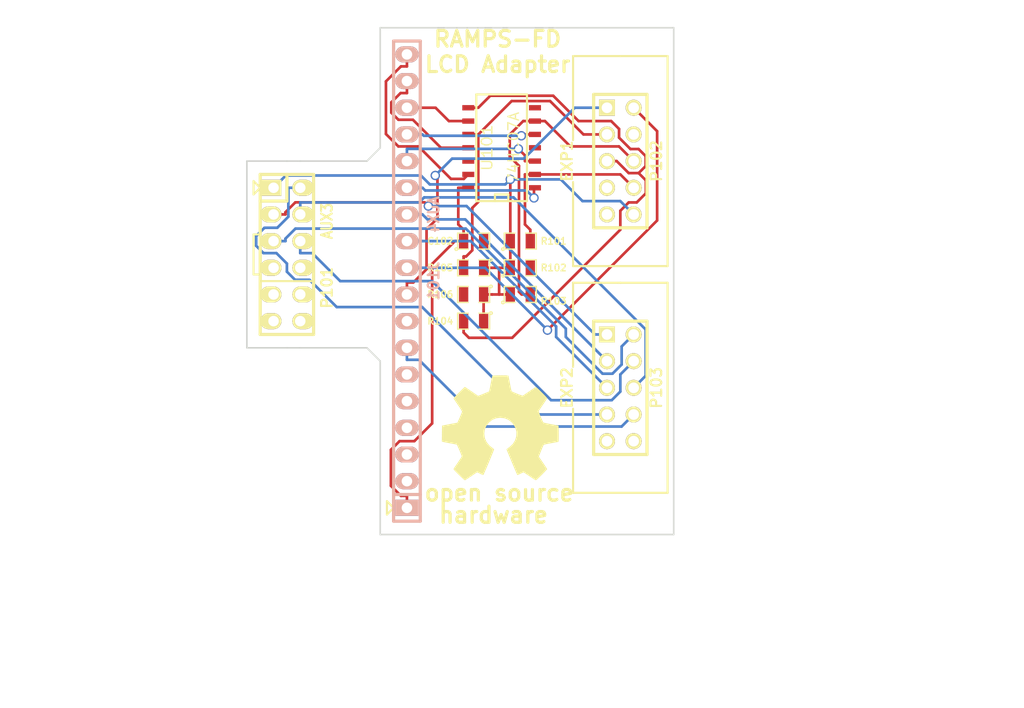
<source format=kicad_pcb>

(kicad_pcb
  (version 3)
  (host pcbnew "(2013-07-07 BZR 4022)-stable")
  (general
    (links 41)
    (no_connects 0)
    (area 110.745001 69.749999 208.182856 139.35)
    (thickness 1.6)
    (drawings 41)
    (tracks 270)
    (zones 0)
    (modules 13)
    (nets 26))
  (page A4)
  (layers
    (15 F.Cu signal)
    (0 B.Cu signal)
    (16 B.Adhes user)
    (17 F.Adhes user)
    (18 B.Paste user)
    (19 F.Paste user)
    (20 B.SilkS user)
    (21 F.SilkS user)
    (22 B.Mask user)
    (23 F.Mask user)
    (24 Dwgs.User user)
    (25 Cmts.User user)
    (26 Eco1.User user)
    (27 Eco2.User user)
    (28 Edge.Cuts user))
  (setup
    (last_trace_width 0.254)
    (trace_clearance 0.254)
    (zone_clearance 0.508)
    (zone_45_only no)
    (trace_min 0.254)
    (segment_width 0.2)
    (edge_width 0.15)
    (via_size 0.889)
    (via_drill 0.635)
    (via_min_size 0.889)
    (via_min_drill 0.508)
    (uvia_size 0.508)
    (uvia_drill 0.127)
    (uvias_allowed no)
    (uvia_min_size 0.508)
    (uvia_min_drill 0.127)
    (pcb_text_width 0.3)
    (pcb_text_size 1.5 1.5)
    (mod_edge_width 0.15)
    (mod_text_size 1.5 1.5)
    (mod_text_width 0.15)
    (pad_size 1.4 1.4)
    (pad_drill 0.6)
    (pad_to_mask_clearance 0.2)
    (aux_axis_origin 134.62 120.65)
    (visible_elements 7FFFFBBF)
    (pcbplotparams
      (layerselection 284196865)
      (usegerberextensions true)
      (excludeedgelayer true)
      (linewidth 0.15)
      (plotframeref false)
      (viasonmask false)
      (mode 1)
      (useauxorigin true)
      (hpglpennumber 1)
      (hpglpenspeed 20)
      (hpglpendiameter 15)
      (hpglpenoverlay 2)
      (psnegative false)
      (psa4output false)
      (plotreference true)
      (plotvalue true)
      (plotothertext true)
      (plotinvisibletext false)
      (padsonsilk false)
      (subtractmaskfromsilk false)
      (outputformat 1)
      (mirror false)
      (drillshape 0)
      (scaleselection 1)
      (outputdirectory gerbers/)))
  (net 0 "")
  (net 1 +5V)
  (net 2 /IOREF)
  (net 3 /LCD_D4_5V)
  (net 4 /LCD_D5_5V)
  (net 5 /LCD_D6_5V)
  (net 6 /LCD_D7_5V)
  (net 7 /LCD_E_5V)
  (net 8 /LCD_RS_5V)
  (net 9 BEEP)
  (net 10 ENC1)
  (net 11 ENC2)
  (net 12 ENC_SW)
  (net 13 GND)
  (net 14 LCD_D4)
  (net 15 LCD_D5)
  (net 16 LCD_D6)
  (net 17 LCD_D7)
  (net 18 LCD_E)
  (net 19 LCD_RS)
  (net 20 RESET)
  (net 21 SD_CLK)
  (net 22 SD_CS)
  (net 23 SD_DETECT)
  (net 24 SD_DI)
  (net 25 SD_DO)
  (net_class Default "This is the default net class."
    (clearance 0.254)
    (trace_width 0.254)
    (via_dia 0.889)
    (via_drill 0.635)
    (uvia_dia 0.508)
    (uvia_drill 0.127)
    (add_net "")
    (add_net +5V)
    (add_net /IOREF)
    (add_net /LCD_D4_5V)
    (add_net /LCD_D5_5V)
    (add_net /LCD_D6_5V)
    (add_net /LCD_D7_5V)
    (add_net /LCD_E_5V)
    (add_net /LCD_RS_5V)
    (add_net BEEP)
    (add_net ENC1)
    (add_net ENC2)
    (add_net ENC_SW)
    (add_net GND)
    (add_net LCD_D4)
    (add_net LCD_D5)
    (add_net LCD_D6)
    (add_net LCD_D7)
    (add_net LCD_E)
    (add_net LCD_RS)
    (add_net RESET)
    (add_net SD_CLK)
    (add_net SD_CS)
    (add_net SD_DETECT)
    (add_net SD_DI)
    (add_net SD_DO))
  (module SM0805
    (layer F.Cu)
    (tedit 52460DE0)
    (tstamp 5243636C)
    (at 160.655 92.71)
    (path /52460B2A)
    (attr smd)
    (fp_text reference R101
      (at 3.175 0)
      (layer F.SilkS)
      (effects
        (font
          (size 0.635 0.635)
          (thickness 0.127))))
    (fp_text value 10k
      (at 0 0)
      (layer F.SilkS) hide
      (effects
        (font
          (size 0.635 0.635)
          (thickness 0.127))))
    (fp_circle
      (center -1.651 0.762)
      (end -1.651 0.635)
      (layer F.SilkS)
      (width 0.127))
    (fp_line
      (start -0.508 0.762)
      (end -1.524 0.762)
      (layer F.SilkS)
      (width 0.127))
    (fp_line
      (start -1.524 0.762)
      (end -1.524 -0.762)
      (layer F.SilkS)
      (width 0.127))
    (fp_line
      (start -1.524 -0.762)
      (end -0.508 -0.762)
      (layer F.SilkS)
      (width 0.127))
    (fp_line
      (start 0.508 -0.762)
      (end 1.524 -0.762)
      (layer F.SilkS)
      (width 0.127))
    (fp_line
      (start 1.524 -0.762)
      (end 1.524 0.762)
      (layer F.SilkS)
      (width 0.127))
    (fp_line
      (start 1.524 0.762)
      (end 0.508 0.762)
      (layer F.SilkS)
      (width 0.127))
    (pad 1 smd rect
      (at -0.9525 0)
      (size 0.889 1.397)
      (layers F.Cu F.Paste F.Mask)
      (net 1 +5V))
    (pad 2 smd rect
      (at 0.9525 0)
      (size 0.889 1.397)
      (layers F.Cu F.Paste F.Mask)
      (net 6 /LCD_D7_5V))
    (model smd/chip_cms.wrl
      (at
        (xyz 0 0 0))
      (scale
        (xyz 0.1 0.1 0.1))
      (rotate
        (xyz 0 0 0))))
  (module pin_strip_18
    (layer B.Cu)
    (tedit 5251E2C6)
    (tstamp 52436399)
    (at 149.86 96.52 90)
    (descr "Pin strip 18pin")
    (tags "CONN DEV")
    (path /52434F14)
    (fp_text reference J101
      (at 0 2.54 90)
      (layer B.SilkS)
      (effects
        (font
          (size 1.016 1.016)
          (thickness 0.2032))
        (justify mirror)))
    (fp_text value AUX4
      (at 6.35 2.54 90)
      (layer B.SilkS)
      (effects
        (font
          (size 1.016 0.889)
          (thickness 0.2032))
        (justify mirror)))
    (fp_line
      (start 22.86 -1.27)
      (end -22.86 -1.27)
      (layer B.SilkS)
      (width 0.3048))
    (fp_line
      (start -22.86 1.27)
      (end 22.86 1.27)
      (layer B.SilkS)
      (width 0.3048))
    (fp_line
      (start 22.86 1.27)
      (end 22.86 -1.27)
      (layer B.SilkS)
      (width 0.3048))
    (fp_line
      (start -20.32 1.27)
      (end -20.32 -1.27)
      (layer B.SilkS)
      (width 0.3048))
    (fp_line
      (start -22.86 -1.27)
      (end -22.86 1.27)
      (layer B.SilkS)
      (width 0.3048))
    (pad 1 thru_hole rect
      (at -21.59 0 90)
      (size 1.524 2.19964)
      (drill 1.00076)
      (layers *.Cu *.Mask B.SilkS)
      (net 2 /IOREF))
    (pad 2 thru_hole oval
      (at -19.05 0 90)
      (size 1.524 2.19964)
      (drill 1.00076)
      (layers *.Cu *.Mask B.SilkS))
    (pad 3 thru_hole oval
      (at -16.51 0 90)
      (size 1.524 2.19964)
      (drill 1.00076)
      (layers *.Cu *.Mask B.SilkS))
    (pad 4 thru_hole oval
      (at -13.97 0 90)
      (size 1.524 2.19964)
      (drill 1.00076)
      (layers *.Cu *.Mask B.SilkS))
    (pad 5 thru_hole oval
      (at -11.43 0 90)
      (size 1.524 2.19964)
      (drill 1.00076)
      (layers *.Cu *.Mask B.SilkS))
    (pad 6 thru_hole oval
      (at -8.89 0 90)
      (size 1.524 2.19964)
      (drill 1.00076)
      (layers *.Cu *.Mask B.SilkS))
    (pad 7 thru_hole oval
      (at -6.35 0 90)
      (size 1.524 2.19964)
      (drill 1.00076)
      (layers *.Cu *.Mask B.SilkS)
      (net 20 RESET))
    (pad 8 thru_hole oval
      (at -3.81 0 90)
      (size 1.524 2.19964)
      (drill 1.00076)
      (layers *.Cu *.Mask B.SilkS))
    (pad 9 thru_hole oval
      (at -1.27 0 90)
      (size 1.524 2.19964)
      (drill 1.00076)
      (layers *.Cu *.Mask B.SilkS)
      (net 9 BEEP))
    (pad 10 thru_hole oval
      (at 1.27 0 90)
      (size 1.524 2.19964)
      (drill 1.00076)
      (layers *.Cu *.Mask B.SilkS)
      (net 12 ENC_SW))
    (pad 11 thru_hole oval
      (at 3.81 0 90)
      (size 1.524 2.19964)
      (drill 1.00076)
      (layers *.Cu *.Mask B.SilkS)
      (net 10 ENC1))
    (pad 12 thru_hole oval
      (at 6.35 0 90)
      (size 1.524 2.19964)
      (drill 1.00076)
      (layers *.Cu *.Mask B.SilkS)
      (net 11 ENC2))
    (pad 13 thru_hole oval
      (at 8.89 0 90)
      (size 1.524 2.19964)
      (drill 1.00076)
      (layers *.Cu *.Mask B.SilkS)
      (net 17 LCD_D7))
    (pad 14 thru_hole oval
      (at 11.43 0 90)
      (size 1.524 2.19964)
      (drill 1.00076)
      (layers *.Cu *.Mask B.SilkS)
      (net 16 LCD_D6))
    (pad 15 thru_hole oval
      (at 13.97 0 90)
      (size 1.524 2.19964)
      (drill 1.00076)
      (layers *.Cu *.Mask B.SilkS)
      (net 15 LCD_D5))
    (pad 16 thru_hole oval
      (at 16.51 0 90)
      (size 1.524 2.19964)
      (drill 1.00076)
      (layers *.Cu *.Mask B.SilkS)
      (net 14 LCD_D4))
    (pad 17 thru_hole oval
      (at 19.05 0 90)
      (size 1.524 2.19964)
      (drill 1.00076)
      (layers *.Cu *.Mask B.SilkS)
      (net 18 LCD_E))
    (pad 18 thru_hole oval
      (at 21.59 0 90)
      (size 1.524 2.19964)
      (drill 1.00076)
      (layers *.Cu *.Mask B.SilkS)
      (net 19 LCD_RS))
    (model walter\pin_strip\pin_strip_18.wrl
      (at
        (xyz 0 0 0))
      (scale
        (xyz 1 1 1))
      (rotate
        (xyz 0 0 0))))
  (module PIN_ARRAY_5x2_RMC
    (layer F.Cu)
    (tedit 5251E7C3)
    (tstamp 524363AD)
    (at 170.18 85.09 270)
    (descr "Double rangee de contacts 2 x 5 pins")
    (tags CONN)
    (path /52434ED1)
    (fp_text reference P102
      (at 0 -3.429 270)
      (layer F.SilkS)
      (effects
        (font
          (size 1.016 1.016)
          (thickness 0.2032))))
    (fp_text value EXP1
      (at 0 5.08 270)
      (layer F.SilkS)
      (effects
        (font
          (size 1.016 1.016)
          (thickness 0.2032))))
    (fp_line
      (start 1.99898 4.50088)
      (end 9.99998 4.50088)
      (layer F.SilkS)
      (width 0.2032))
    (fp_line
      (start 9.99998 4.50088)
      (end 9.99998 -4.50088)
      (layer F.SilkS)
      (width 0.2032))
    (fp_line
      (start 9.99998 -4.50088)
      (end -9.99998 -4.50088)
      (layer F.SilkS)
      (width 0.2032))
    (fp_line
      (start -9.99998 -4.50088)
      (end -9.99998 0)
      (layer F.SilkS)
      (width 0.2032))
    (fp_line
      (start -9.99998 0)
      (end -9.99998 4.50088)
      (layer F.SilkS)
      (width 0.2032))
    (fp_line
      (start -9.99998 4.50088)
      (end -1.99898 4.50088)
      (layer F.SilkS)
      (width 0.2032))
    (fp_line
      (start -6.35 -2.54)
      (end 6.35 -2.54)
      (layer F.SilkS)
      (width 0.3048))
    (fp_line
      (start 6.35 -2.54)
      (end 6.35 2.54)
      (layer F.SilkS)
      (width 0.3048))
    (fp_line
      (start 6.35 2.54)
      (end -6.35 2.54)
      (layer F.SilkS)
      (width 0.3048))
    (fp_line
      (start -6.35 2.54)
      (end -6.35 -2.54)
      (layer F.SilkS)
      (width 0.3048))
    (pad 1 thru_hole rect
      (at -5.08 1.27 270)
      (size 1.524 1.524)
      (drill 1.016)
      (layers *.Cu *.Mask F.SilkS)
      (net 9 BEEP))
    (pad 2 thru_hole circle
      (at -5.08 -1.27 270)
      (size 1.524 1.524)
      (drill 1.016)
      (layers *.Cu *.Mask F.SilkS)
      (net 12 ENC_SW))
    (pad 3 thru_hole circle
      (at -2.54 1.27 270)
      (size 1.524 1.524)
      (drill 1.016)
      (layers *.Cu *.Mask F.SilkS)
      (net 7 /LCD_E_5V))
    (pad 4 thru_hole circle
      (at -2.54 -1.27 270)
      (size 1.524 1.524)
      (drill 1.016)
      (layers *.Cu *.Mask F.SilkS))
    (pad 5 thru_hole circle
      (at 0 1.27 270)
      (size 1.524 1.524)
      (drill 1.016)
      (layers *.Cu *.Mask F.SilkS)
      (net 3 /LCD_D4_5V))
    (pad 6 thru_hole circle
      (at 0 -1.27 270)
      (size 1.524 1.524)
      (drill 1.016)
      (layers *.Cu *.Mask F.SilkS)
      (net 4 /LCD_D5_5V))
    (pad 7 thru_hole circle
      (at 2.54 1.27 270)
      (size 1.524 1.524)
      (drill 1.016)
      (layers *.Cu *.Mask F.SilkS))
    (pad 8 thru_hole circle
      (at 2.54 -1.27 270)
      (size 1.524 1.524)
      (drill 1.016)
      (layers *.Cu *.Mask F.SilkS)
      (net 6 /LCD_D7_5V))
    (pad 9 thru_hole circle
      (at 5.08 1.27 270)
      (size 1.524 1.524)
      (drill 1.016)
      (layers *.Cu *.Mask F.SilkS))
    (pad 10 thru_hole circle
      (at 5.08 -1.27 270)
      (size 1.524 1.524)
      (drill 1.016)
      (layers *.Cu *.Mask F.SilkS)
      (net 1 +5V))
    (model walter\conn_strip\vasch_strip_5x2.wrl
      (at
        (xyz 0 0 0))
      (scale
        (xyz 1 1 1))
      (rotate
        (xyz 0 0 0))))
  (module PIN_ARRAY_5x2_RMC
    (layer F.Cu)
    (tedit 5251E7BE)
    (tstamp 524363C1)
    (at 170.18 106.68 270)
    (descr "Double rangee de contacts 2 x 5 pins")
    (tags CONN)
    (path /52434ED7)
    (fp_text reference P103
      (at 0 -3.429 270)
      (layer F.SilkS)
      (effects
        (font
          (size 1.016 1.016)
          (thickness 0.2032))))
    (fp_text value EXP2
      (at 0 5.08 270)
      (layer F.SilkS)
      (effects
        (font
          (size 1.016 1.016)
          (thickness 0.2032))))
    (fp_line
      (start 1.99898 4.50088)
      (end 9.99998 4.50088)
      (layer F.SilkS)
      (width 0.2032))
    (fp_line
      (start 9.99998 4.50088)
      (end 9.99998 -4.50088)
      (layer F.SilkS)
      (width 0.2032))
    (fp_line
      (start 9.99998 -4.50088)
      (end -9.99998 -4.50088)
      (layer F.SilkS)
      (width 0.2032))
    (fp_line
      (start -9.99998 -4.50088)
      (end -9.99998 0)
      (layer F.SilkS)
      (width 0.2032))
    (fp_line
      (start -9.99998 0)
      (end -9.99998 4.50088)
      (layer F.SilkS)
      (width 0.2032))
    (fp_line
      (start -9.99998 4.50088)
      (end -1.99898 4.50088)
      (layer F.SilkS)
      (width 0.2032))
    (fp_line
      (start -6.35 -2.54)
      (end 6.35 -2.54)
      (layer F.SilkS)
      (width 0.3048))
    (fp_line
      (start 6.35 -2.54)
      (end 6.35 2.54)
      (layer F.SilkS)
      (width 0.3048))
    (fp_line
      (start 6.35 2.54)
      (end -6.35 2.54)
      (layer F.SilkS)
      (width 0.3048))
    (fp_line
      (start -6.35 2.54)
      (end -6.35 -2.54)
      (layer F.SilkS)
      (width 0.3048))
    (pad 1 thru_hole rect
      (at -5.08 1.27 270)
      (size 1.524 1.524)
      (drill 1.016)
      (layers *.Cu *.Mask F.SilkS)
      (net 25 SD_DO))
    (pad 2 thru_hole circle
      (at -5.08 -1.27 270)
      (size 1.524 1.524)
      (drill 1.016)
      (layers *.Cu *.Mask F.SilkS)
      (net 21 SD_CLK))
    (pad 3 thru_hole circle
      (at -2.54 1.27 270)
      (size 1.524 1.524)
      (drill 1.016)
      (layers *.Cu *.Mask F.SilkS)
      (net 11 ENC2))
    (pad 4 thru_hole circle
      (at -2.54 -1.27 270)
      (size 1.524 1.524)
      (drill 1.016)
      (layers *.Cu *.Mask F.SilkS)
      (net 22 SD_CS))
    (pad 5 thru_hole circle
      (at 0 1.27 270)
      (size 1.524 1.524)
      (drill 1.016)
      (layers *.Cu *.Mask F.SilkS)
      (net 10 ENC1))
    (pad 6 thru_hole circle
      (at 0 -1.27 270)
      (size 1.524 1.524)
      (drill 1.016)
      (layers *.Cu *.Mask F.SilkS)
      (net 24 SD_DI))
    (pad 7 thru_hole circle
      (at 2.54 1.27 270)
      (size 1.524 1.524)
      (drill 1.016)
      (layers *.Cu *.Mask F.SilkS)
      (net 23 SD_DETECT))
    (pad 8 thru_hole circle
      (at 2.54 -1.27 270)
      (size 1.524 1.524)
      (drill 1.016)
      (layers *.Cu *.Mask F.SilkS)
      (net 20 RESET))
    (pad 9 thru_hole circle
      (at 5.08 1.27 270)
      (size 1.524 1.524)
      (drill 1.016)
      (layers *.Cu *.Mask F.SilkS))
    (pad 10 thru_hole circle
      (at 5.08 -1.27 270)
      (size 1.524 1.524)
      (drill 1.016)
      (layers *.Cu *.Mask F.SilkS))
    (model walter\conn_strip\vasch_strip_5x2.wrl
      (at
        (xyz 0 0 0))
      (scale
        (xyz 1 1 1))
      (rotate
        (xyz 0 0 0))))
  (module SM0805
    (layer F.Cu)
    (tedit 52460DDE)
    (tstamp 52436758)
    (at 156.21 92.71)
    (path /524366E1)
    (attr smd)
    (fp_text reference C102
      (at -3.175 0)
      (layer F.SilkS)
      (effects
        (font
          (size 0.635 0.635)
          (thickness 0.127))))
    (fp_text value 100nF
      (at 0 0)
      (layer F.SilkS) hide
      (effects
        (font
          (size 0.635 0.635)
          (thickness 0.127))))
    (fp_circle
      (center -1.651 0.762)
      (end -1.651 0.635)
      (layer F.SilkS)
      (width 0.127))
    (fp_line
      (start -0.508 0.762)
      (end -1.524 0.762)
      (layer F.SilkS)
      (width 0.127))
    (fp_line
      (start -1.524 0.762)
      (end -1.524 -0.762)
      (layer F.SilkS)
      (width 0.127))
    (fp_line
      (start -1.524 -0.762)
      (end -0.508 -0.762)
      (layer F.SilkS)
      (width 0.127))
    (fp_line
      (start 0.508 -0.762)
      (end 1.524 -0.762)
      (layer F.SilkS)
      (width 0.127))
    (fp_line
      (start 1.524 -0.762)
      (end 1.524 0.762)
      (layer F.SilkS)
      (width 0.127))
    (fp_line
      (start 1.524 0.762)
      (end 0.508 0.762)
      (layer F.SilkS)
      (width 0.127))
    (pad 1 smd rect
      (at -0.9525 0)
      (size 0.889 1.397)
      (layers F.Cu F.Paste F.Mask)
      (net 2 /IOREF))
    (pad 2 smd rect
      (at 0.9525 0)
      (size 0.889 1.397)
      (layers F.Cu F.Paste F.Mask))
    (model smd/chip_cms.wrl
      (at
        (xyz 0 0 0))
      (scale
        (xyz 0.1 0.1 0.1))
      (rotate
        (xyz 0 0 0))))
  (module SO14N
    (layer F.Cu)
    (tedit 42806FE5)
    (tstamp 5243635F)
    (at 158.75 83.82 90)
    (descr "Module CMS SOJ 14 pins Large")
    (tags "CMS SOJ")
    (path /5245E15B)
    (attr smd)
    (fp_text reference U101
      (at 0 -1.27 90)
      (layer F.SilkS)
      (effects
        (font
          (size 1.016 1.143)
          (thickness 0.127))))
    (fp_text value 74HC07A
      (at 0 1.27 90)
      (layer F.SilkS)
      (effects
        (font
          (size 1.016 1.016)
          (thickness 0.127))))
    (fp_line
      (start 5.08 -2.286)
      (end 5.08 2.54)
      (layer F.SilkS)
      (width 0.2032))
    (fp_line
      (start 5.08 2.54)
      (end -5.08 2.54)
      (layer F.SilkS)
      (width 0.2032))
    (fp_line
      (start -5.08 2.54)
      (end -5.08 -2.286)
      (layer F.SilkS)
      (width 0.2032))
    (fp_line
      (start -5.08 -2.286)
      (end 5.08 -2.286)
      (layer F.SilkS)
      (width 0.2032))
    (fp_line
      (start -5.08 -0.508)
      (end -4.445 -0.508)
      (layer F.SilkS)
      (width 0.2032))
    (fp_line
      (start -4.445 -0.508)
      (end -4.445 0.762)
      (layer F.SilkS)
      (width 0.2032))
    (fp_line
      (start -4.445 0.762)
      (end -5.08 0.762)
      (layer F.SilkS)
      (width 0.2032))
    (pad 1 smd rect
      (at -3.81 3.302 90)
      (size 0.508 1.143)
      (layers F.Cu F.Paste F.Mask)
      (net 17 LCD_D7))
    (pad 2 smd rect
      (at -2.54 3.302 90)
      (size 0.508 1.143)
      (layers F.Cu F.Paste F.Mask)
      (net 6 /LCD_D7_5V))
    (pad 3 smd rect
      (at -1.27 3.302 90)
      (size 0.508 1.143)
      (layers F.Cu F.Paste F.Mask)
      (net 16 LCD_D6))
    (pad 4 smd rect
      (at 0 3.302 90)
      (size 0.508 1.143)
      (layers F.Cu F.Paste F.Mask))
    (pad 5 smd rect
      (at 1.27 3.302 90)
      (size 0.508 1.143)
      (layers F.Cu F.Paste F.Mask)
      (net 15 LCD_D5))
    (pad 6 smd rect
      (at 2.54 3.302 90)
      (size 0.508 1.143)
      (layers F.Cu F.Paste F.Mask)
      (net 4 /LCD_D5_5V))
    (pad 7 smd rect
      (at 3.81 3.302 90)
      (size 0.508 1.143)
      (layers F.Cu F.Paste F.Mask))
    (pad 8 smd rect
      (at 3.81 -3.048 90)
      (size 0.508 1.143)
      (layers F.Cu F.Paste F.Mask)
      (net 3 /LCD_D4_5V))
    (pad 9 smd rect
      (at 2.54 -3.048 90)
      (size 0.508 1.143)
      (layers F.Cu F.Paste F.Mask)
      (net 14 LCD_D4))
    (pad 11 smd rect
      (at 0 -3.048 90)
      (size 0.508 1.143)
      (layers F.Cu F.Paste F.Mask)
      (net 18 LCD_E))
    (pad 12 smd rect
      (at -1.27 -3.048 90)
      (size 0.508 1.143)
      (layers F.Cu F.Paste F.Mask))
    (pad 13 smd rect
      (at -2.54 -3.048 90)
      (size 0.508 1.143)
      (layers F.Cu F.Paste F.Mask)
      (net 19 LCD_RS))
    (pad 14 smd rect
      (at -3.81 -3.048 90)
      (size 0.508 1.143)
      (layers F.Cu F.Paste F.Mask)
      (net 2 /IOREF))
    (pad 10 smd rect
      (at 1.27 -3.048 90)
      (size 0.508 1.143)
      (layers F.Cu F.Paste F.Mask)
      (net 7 /LCD_E_5V))
    (model smd/cms_so14.wrl
      (at
        (xyz 0 0 0))
      (scale
        (xyz 0.5 0.4 0.5))
      (rotate
        (xyz 0 0 0))))
  (module SM0805
    (layer F.Cu)
    (tedit 52460DDC)
    (tstamp 52460B72)
    (at 160.655 95.25)
    (path /52460B3C)
    (attr smd)
    (fp_text reference R102
      (at 3.175 0)
      (layer F.SilkS)
      (effects
        (font
          (size 0.635 0.635)
          (thickness 0.127))))
    (fp_text value 10k
      (at 0 0)
      (layer F.SilkS) hide
      (effects
        (font
          (size 0.635 0.635)
          (thickness 0.127))))
    (fp_circle
      (center -1.651 0.762)
      (end -1.651 0.635)
      (layer F.SilkS)
      (width 0.127))
    (fp_line
      (start -0.508 0.762)
      (end -1.524 0.762)
      (layer F.SilkS)
      (width 0.127))
    (fp_line
      (start -1.524 0.762)
      (end -1.524 -0.762)
      (layer F.SilkS)
      (width 0.127))
    (fp_line
      (start -1.524 -0.762)
      (end -0.508 -0.762)
      (layer F.SilkS)
      (width 0.127))
    (fp_line
      (start 0.508 -0.762)
      (end 1.524 -0.762)
      (layer F.SilkS)
      (width 0.127))
    (fp_line
      (start 1.524 -0.762)
      (end 1.524 0.762)
      (layer F.SilkS)
      (width 0.127))
    (fp_line
      (start 1.524 0.762)
      (end 0.508 0.762)
      (layer F.SilkS)
      (width 0.127))
    (pad 1 smd rect
      (at -0.9525 0)
      (size 0.889 1.397)
      (layers F.Cu F.Paste F.Mask)
      (net 1 +5V))
    (pad 2 smd rect
      (at 0.9525 0)
      (size 0.889 1.397)
      (layers F.Cu F.Paste F.Mask))
    (model smd/chip_cms.wrl
      (at
        (xyz 0 0 0))
      (scale
        (xyz 0.1 0.1 0.1))
      (rotate
        (xyz 0 0 0))))
  (module SM0805
    (layer F.Cu)
    (tedit 52460DD8)
    (tstamp 52460B7F)
    (at 160.655 97.79)
    (path /52460B42)
    (attr smd)
    (fp_text reference R103
      (at 3.175 0.635)
      (layer F.SilkS)
      (effects
        (font
          (size 0.635 0.635)
          (thickness 0.127))))
    (fp_text value 10k
      (at 0 0)
      (layer F.SilkS) hide
      (effects
        (font
          (size 0.635 0.635)
          (thickness 0.127))))
    (fp_circle
      (center -1.651 0.762)
      (end -1.651 0.635)
      (layer F.SilkS)
      (width 0.127))
    (fp_line
      (start -0.508 0.762)
      (end -1.524 0.762)
      (layer F.SilkS)
      (width 0.127))
    (fp_line
      (start -1.524 0.762)
      (end -1.524 -0.762)
      (layer F.SilkS)
      (width 0.127))
    (fp_line
      (start -1.524 -0.762)
      (end -0.508 -0.762)
      (layer F.SilkS)
      (width 0.127))
    (fp_line
      (start 0.508 -0.762)
      (end 1.524 -0.762)
      (layer F.SilkS)
      (width 0.127))
    (fp_line
      (start 1.524 -0.762)
      (end 1.524 0.762)
      (layer F.SilkS)
      (width 0.127))
    (fp_line
      (start 1.524 0.762)
      (end 0.508 0.762)
      (layer F.SilkS)
      (width 0.127))
    (pad 1 smd rect
      (at -0.9525 0)
      (size 0.889 1.397)
      (layers F.Cu F.Paste F.Mask)
      (net 1 +5V))
    (pad 2 smd rect
      (at 0.9525 0)
      (size 0.889 1.397)
      (layers F.Cu F.Paste F.Mask)
      (net 4 /LCD_D5_5V))
    (model smd/chip_cms.wrl
      (at
        (xyz 0 0 0))
      (scale
        (xyz 0.1 0.1 0.1))
      (rotate
        (xyz 0 0 0))))
  (module SM0805
    (layer F.Cu)
    (tedit 52460DCE)
    (tstamp 52460B8C)
    (at 156.21 100.33 180)
    (path /52460B48)
    (attr smd)
    (fp_text reference R104
      (at 3.175 0 180)
      (layer F.SilkS)
      (effects
        (font
          (size 0.635 0.635)
          (thickness 0.127))))
    (fp_text value 10k
      (at 0 0 180)
      (layer F.SilkS) hide
      (effects
        (font
          (size 0.635 0.635)
          (thickness 0.127))))
    (fp_circle
      (center -1.651 0.762)
      (end -1.651 0.635)
      (layer F.SilkS)
      (width 0.127))
    (fp_line
      (start -0.508 0.762)
      (end -1.524 0.762)
      (layer F.SilkS)
      (width 0.127))
    (fp_line
      (start -1.524 0.762)
      (end -1.524 -0.762)
      (layer F.SilkS)
      (width 0.127))
    (fp_line
      (start -1.524 -0.762)
      (end -0.508 -0.762)
      (layer F.SilkS)
      (width 0.127))
    (fp_line
      (start 0.508 -0.762)
      (end 1.524 -0.762)
      (layer F.SilkS)
      (width 0.127))
    (fp_line
      (start 1.524 -0.762)
      (end 1.524 0.762)
      (layer F.SilkS)
      (width 0.127))
    (fp_line
      (start 1.524 0.762)
      (end 0.508 0.762)
      (layer F.SilkS)
      (width 0.127))
    (pad 1 smd rect
      (at -0.9525 0 180)
      (size 0.889 1.397)
      (layers F.Cu F.Paste F.Mask)
      (net 1 +5V))
    (pad 2 smd rect
      (at 0.9525 0 180)
      (size 0.889 1.397)
      (layers F.Cu F.Paste F.Mask)
      (net 3 /LCD_D4_5V))
    (model smd/chip_cms.wrl
      (at
        (xyz 0 0 0))
      (scale
        (xyz 0.1 0.1 0.1))
      (rotate
        (xyz 0 0 0))))
  (module SM0805
    (layer F.Cu)
    (tedit 52460DDA)
    (tstamp 52460B99)
    (at 156.21 95.25 180)
    (path /52460B4E)
    (attr smd)
    (fp_text reference R105
      (at 3.175 0 180)
      (layer F.SilkS)
      (effects
        (font
          (size 0.635 0.635)
          (thickness 0.127))))
    (fp_text value 10k
      (at 0 0 180)
      (layer F.SilkS) hide
      (effects
        (font
          (size 0.635 0.635)
          (thickness 0.127))))
    (fp_circle
      (center -1.651 0.762)
      (end -1.651 0.635)
      (layer F.SilkS)
      (width 0.127))
    (fp_line
      (start -0.508 0.762)
      (end -1.524 0.762)
      (layer F.SilkS)
      (width 0.127))
    (fp_line
      (start -1.524 0.762)
      (end -1.524 -0.762)
      (layer F.SilkS)
      (width 0.127))
    (fp_line
      (start -1.524 -0.762)
      (end -0.508 -0.762)
      (layer F.SilkS)
      (width 0.127))
    (fp_line
      (start 0.508 -0.762)
      (end 1.524 -0.762)
      (layer F.SilkS)
      (width 0.127))
    (fp_line
      (start 1.524 -0.762)
      (end 1.524 0.762)
      (layer F.SilkS)
      (width 0.127))
    (fp_line
      (start 1.524 0.762)
      (end 0.508 0.762)
      (layer F.SilkS)
      (width 0.127))
    (pad 1 smd rect
      (at -0.9525 0 180)
      (size 0.889 1.397)
      (layers F.Cu F.Paste F.Mask)
      (net 1 +5V))
    (pad 2 smd rect
      (at 0.9525 0 180)
      (size 0.889 1.397)
      (layers F.Cu F.Paste F.Mask)
      (net 7 /LCD_E_5V))
    (model smd/chip_cms.wrl
      (at
        (xyz 0 0 0))
      (scale
        (xyz 0.1 0.1 0.1))
      (rotate
        (xyz 0 0 0))))
  (module SM0805
    (layer F.Cu)
    (tedit 52460DD2)
    (tstamp 52460BA6)
    (at 156.21 97.79 180)
    (path /52460B54)
    (attr smd)
    (fp_text reference R106
      (at 3.175 0 180)
      (layer F.SilkS)
      (effects
        (font
          (size 0.635 0.635)
          (thickness 0.127))))
    (fp_text value 10k
      (at 0 0 180)
      (layer F.SilkS) hide
      (effects
        (font
          (size 0.635 0.635)
          (thickness 0.127))))
    (fp_circle
      (center -1.651 0.762)
      (end -1.651 0.635)
      (layer F.SilkS)
      (width 0.127))
    (fp_line
      (start -0.508 0.762)
      (end -1.524 0.762)
      (layer F.SilkS)
      (width 0.127))
    (fp_line
      (start -1.524 0.762)
      (end -1.524 -0.762)
      (layer F.SilkS)
      (width 0.127))
    (fp_line
      (start -1.524 -0.762)
      (end -0.508 -0.762)
      (layer F.SilkS)
      (width 0.127))
    (fp_line
      (start 0.508 -0.762)
      (end 1.524 -0.762)
      (layer F.SilkS)
      (width 0.127))
    (fp_line
      (start 1.524 -0.762)
      (end 1.524 0.762)
      (layer F.SilkS)
      (width 0.127))
    (fp_line
      (start 1.524 0.762)
      (end 0.508 0.762)
      (layer F.SilkS)
      (width 0.127))
    (pad 1 smd rect
      (at -0.9525 0 180)
      (size 0.889 1.397)
      (layers F.Cu F.Paste F.Mask)
      (net 1 +5V))
    (pad 2 smd rect
      (at 0.9525 0 180)
      (size 0.889 1.397)
      (layers F.Cu F.Paste F.Mask))
    (model smd/chip_cms.wrl
      (at
        (xyz 0 0 0))
      (scale
        (xyz 0.1 0.1 0.1))
      (rotate
        (xyz 0 0 0))))
  (module OSHW_logo_2
    (layer F.Cu)
    (tedit 4FB9109F)
    (tstamp 52461D68)
    (at 158.75 110.49)
    (path /52461DD4)
    (fp_text reference M101
      (at 0 5.90296)
      (layer F.SilkS) hide
      (effects
        (font
          (size 0.508 0.508)
          (thickness 0.1016))))
    (fp_text value LOGO_OSHW
      (at 0 -5.90296)
      (layer F.SilkS) hide
      (effects
        (font
          (size 0.508 0.508)
          (thickness 0.1016))))
    (fp_text user hardware
      (at -0.64516 8.30072)
      (layer F.SilkS)
      (effects
        (font
          (size 1.524 1.524)
          (thickness 0.3048))))
    (fp_text user "open source"
      (at -0.09906 6.20014)
      (layer F.SilkS)
      (effects
        (font
          (size 1.524 1.524)
          (thickness 0.3048))))
    (fp_poly
      (pts
        (xy -3.37312 4.99872)
        (xy -3.3147 4.96824)
        (xy -3.18516 4.88696)
        (xy -2.99974 4.76504)
        (xy -2.77876 4.61772)
        (xy -2.55778 4.46786)
        (xy -2.37744 4.34594)
        (xy -2.25044 4.26466)
        (xy -2.1971 4.23672)
        (xy -2.16916 4.24688)
        (xy -2.06502 4.29768)
        (xy -1.91262 4.37642)
        (xy -1.82372 4.42214)
        (xy -1.68402 4.48056)
        (xy -1.61544 4.49326)
        (xy -1.60274 4.47548)
        (xy -1.55194 4.3688)
        (xy -1.4732 4.18592)
        (xy -1.36652 3.94462)
        (xy -1.24714 3.66268)
        (xy -1.1176 3.35788)
        (xy -0.98806 3.048)
        (xy -0.86614 2.75082)
        (xy -0.75692 2.48412)
        (xy -0.67056 2.26822)
        (xy -0.61214 2.11836)
        (xy -0.59182 2.05232)
        (xy -0.5969 2.03962)
        (xy -0.66802 1.97104)
        (xy -0.78994 1.8796)
        (xy -1.05156 1.66624)
        (xy -1.31318 1.34112)
        (xy -1.47066 0.97282)
        (xy -1.524 0.56388)
        (xy -1.47828 0.18288)
        (xy -1.32842 -0.18288)
        (xy -1.07442 -0.51054)
        (xy -0.76708 -0.75438)
        (xy -0.4064 -0.90932)
        (xy 0 -0.95758)
        (xy 0.38862 -0.9144)
        (xy 0.75946 -0.76708)
        (xy 1.08966 -0.51816)
        (xy 1.22682 -0.35814)
        (xy 1.41732 -0.0254)
        (xy 1.52654 0.3302)
        (xy 1.53924 0.42164)
        (xy 1.52146 0.8128)
        (xy 1.40716 1.18618)
        (xy 1.20142 1.52146)
        (xy 0.9144 1.79578)
        (xy 0.87884 1.82372)
        (xy 0.74422 1.92278)
        (xy 0.65532 1.99136)
        (xy 0.58674 2.04724)
        (xy 1.08458 3.24612)
        (xy 1.16332 3.43662)
        (xy 1.30048 3.76428)
        (xy 1.41986 4.04622)
        (xy 1.51638 4.26974)
        (xy 1.58242 4.4196)
        (xy 1.6129 4.48056)
        (xy 1.61544 4.4831)
        (xy 1.65862 4.49072)
        (xy 1.75006 4.4577)
        (xy 1.9177 4.37642)
        (xy 2.02946 4.32054)
        (xy 2.15646 4.25958)
        (xy 2.21234 4.23672)
        (xy 2.2606 4.26212)
        (xy 2.38252 4.34086)
        (xy 2.56032 4.46024)
        (xy 2.77622 4.60756)
        (xy 2.97942 4.74472)
        (xy 3.16738 4.86918)
        (xy 3.30454 4.95554)
        (xy 3.37058 4.9911)
        (xy 3.38074 4.9911)
        (xy 3.43916 4.95808)
        (xy 3.54584 4.86918)
        (xy 3.71094 4.71424)
        (xy 3.94208 4.48564)
        (xy 3.97764 4.45262)
        (xy 4.1656 4.25958)
        (xy 4.32054 4.09702)
        (xy 4.42468 3.98272)
        (xy 4.46024 3.92938)
        (xy 4.46024 3.92938)
        (xy 4.42722 3.86334)
        (xy 4.34086 3.72872)
        (xy 4.2164 3.53822)
        (xy 4.064 3.3147)
        (xy 3.66776 2.73812)
        (xy 3.8862 2.19456)
        (xy 3.95224 2.02946)
        (xy 4.0386 1.82626)
        (xy 4.1021 1.68148)
        (xy 4.13258 1.61798)
        (xy 4.19354 1.59766)
        (xy 4.34086 1.5621)
        (xy 4.55676 1.51638)
        (xy 4.81584 1.46812)
        (xy 5.05968 1.42494)
        (xy 5.28066 1.38176)
        (xy 5.44322 1.35128)
        (xy 5.51434 1.33604)
        (xy 5.53212 1.32588)
        (xy 5.54482 1.29286)
        (xy 5.55498 1.21666)
        (xy 5.56006 1.08204)
        (xy 5.5626 0.86868)
        (xy 5.5626 0.56388)
        (xy 5.5626 0.53086)
        (xy 5.56006 0.23622)
        (xy 5.55498 0.00508)
        (xy 5.54736 -0.14986)
        (xy 5.5372 -0.20828)
        (xy 5.5372 -0.21082)
        (xy 5.46862 -0.22606)
        (xy 5.31114 -0.25908)
        (xy 5.09016 -0.30226)
        (xy 4.826 -0.35306)
        (xy 4.80822 -0.3556)
        (xy 4.5466 -0.4064)
        (xy 4.32562 -0.45212)
        (xy 4.17068 -0.48768)
        (xy 4.10464 -0.508)
        (xy 4.09194 -0.52832)
        (xy 4.0386 -0.62992)
        (xy 3.9624 -0.79248)
        (xy 3.87604 -0.99314)
        (xy 3.78968 -1.19888)
        (xy 3.71602 -1.3843)
        (xy 3.66522 -1.524)
        (xy 3.64998 -1.5875)
        (xy 3.65252 -1.5875)
        (xy 3.69062 -1.651)
        (xy 3.78206 -1.78816)
        (xy 3.90906 -1.97866)
        (xy 4.064 -2.20218)
        (xy 4.07416 -2.21742)
        (xy 4.22656 -2.44094)
        (xy 4.34848 -2.6289)
        (xy 4.42976 -2.76352)
        (xy 4.46024 -2.82448)
        (xy 4.46024 -2.82702)
        (xy 4.40944 -2.89306)
        (xy 4.29768 -3.02006)
        (xy 4.13512 -3.19024)
        (xy 3.93954 -3.38582)
        (xy 3.87858 -3.44678)
        (xy 3.66268 -3.6576)
        (xy 3.51028 -3.7973)
        (xy 3.41884 -3.87096)
        (xy 3.37312 -3.8862)
        (xy 3.37058 -3.8862)
        (xy 3.30454 -3.84556)
        (xy 3.16484 -3.75412)
        (xy 2.97434 -3.62458)
        (xy 2.74828 -3.46964)
        (xy 2.73304 -3.45948)
        (xy 2.50952 -3.30962)
        (xy 2.3241 -3.18262)
        (xy 2.19202 -3.09626)
        (xy 2.13614 -3.0607)
        (xy 2.12598 -3.0607)
        (xy 2.03454 -3.08864)
        (xy 1.87706 -3.14452)
        (xy 1.68148 -3.21818)
        (xy 1.47574 -3.302)
        (xy 1.29032 -3.38074)
        (xy 1.14808 -3.44424)
        (xy 1.08204 -3.48234)
        (xy 1.08204 -3.48488)
        (xy 1.05664 -3.56362)
        (xy 1.01854 -3.73126)
        (xy 0.97282 -3.95986)
        (xy 0.91948 -4.23164)
        (xy 0.91186 -4.27736)
        (xy 0.86106 -4.54152)
        (xy 0.81788 -4.75996)
        (xy 0.7874 -4.91236)
        (xy 0.77216 -4.97332)
        (xy 0.73406 -4.98348)
        (xy 0.60452 -4.99364)
        (xy 0.4064 -4.99872)
        (xy 0.16764 -5.00126)
        (xy -0.08382 -4.99872)
        (xy -0.3302 -4.99364)
        (xy -0.54102 -4.98602)
        (xy -0.69088 -4.97586)
        (xy -0.75184 -4.96316)
        (xy -0.75438 -4.96062)
        (xy -0.77724 -4.8768)
        (xy -0.81534 -4.7117)
        (xy -0.86106 -4.48056)
        (xy -0.9144 -4.20624)
        (xy -0.92456 -4.15798)
        (xy -0.97282 -3.89382)
        (xy -1.01854 -3.67792)
        (xy -1.04902 -3.52806)
        (xy -1.0668 -3.46964)
        (xy -1.08966 -3.45694)
        (xy -1.19888 -3.40868)
        (xy -1.37668 -3.33502)
        (xy -1.59512 -3.24612)
        (xy -2.10566 -3.04038)
        (xy -2.7305 -3.46964)
        (xy -2.78892 -3.50774)
        (xy -3.01244 -3.66014)
        (xy -3.19786 -3.7846)
        (xy -3.32486 -3.86588)
        (xy -3.3782 -3.89636)
        (xy -3.38328 -3.89382)
        (xy -3.44424 -3.84048)
        (xy -3.5687 -3.72364)
        (xy -3.73888 -3.55854)
        (xy -3.93446 -3.36296)
        (xy -4.07924 -3.21818)
        (xy -4.25196 -3.04292)
        (xy -4.36118 -2.92608)
        (xy -4.4196 -2.84988)
        (xy -4.44246 -2.80416)
        (xy -4.43738 -2.77368)
        (xy -4.39674 -2.71018)
        (xy -4.3053 -2.57302)
        (xy -4.17576 -2.38252)
        (xy -4.02336 -2.16154)
        (xy -3.8989 -1.97866)
        (xy -3.76428 -1.76784)
        (xy -3.67538 -1.61798)
        (xy -3.6449 -1.54432)
        (xy -3.65252 -1.51384)
        (xy -3.6957 -1.39192)
        (xy -3.76936 -1.2065)
        (xy -3.86334 -0.98806)
        (xy -4.08178 -0.49276)
        (xy -4.40436 -0.42926)
        (xy -4.60248 -0.3937)
        (xy -4.8768 -0.34036)
        (xy -5.13842 -0.28956)
        (xy -5.5499 -0.21082)
        (xy -5.56514 1.29794)
        (xy -5.50164 1.32588)
        (xy -5.44068 1.34112)
        (xy -5.28828 1.37668)
        (xy -5.06984 1.41986)
        (xy -4.81584 1.46812)
        (xy -4.5974 1.50876)
        (xy -4.37642 1.5494)
        (xy -4.21894 1.57988)
        (xy -4.14782 1.59512)
        (xy -4.13004 1.61798)
        (xy -4.0767 1.72466)
        (xy -3.99796 1.89484)
        (xy -3.9116 2.09804)
        (xy -3.8227 2.30886)
        (xy -3.7465 2.50444)
        (xy -3.69062 2.65176)
        (xy -3.6703 2.7305)
        (xy -3.70078 2.78638)
        (xy -3.7846 2.91592)
        (xy -3.90652 3.10134)
        (xy -4.05384 3.31978)
        (xy -4.2037 3.53822)
        (xy -4.3307 3.72364)
        (xy -4.41706 3.85826)
        (xy -4.45516 3.91922)
        (xy -4.43738 3.9624)
        (xy -4.34848 4.06654)
        (xy -4.18338 4.23926)
        (xy -3.93954 4.48056)
        (xy -3.8989 4.51866)
        (xy -3.70332 4.70662)
        (xy -3.53822 4.85902)
        (xy -3.42392 4.96062)
        (xy -3.37312 4.99872))
      (layer F.SilkS)
      (width 0.00254)))
  (module pin_strip_6x2
    (layer F.Cu)
    (tedit 5251ED23)
    (tstamp 5243637E)
    (at 138.43 93.98 270)
    (descr "Pin strip 6x2pin")
    (tags "CONN DEV")
    (path /5251E207)
    (fp_text reference P101
      (at 3.175 -3.81 270)
      (layer F.SilkS)
      (effects
        (font
          (size 1.016 1.016)
          (thickness 0.2032))))
    (fp_text value AUX3
      (at -3.175 -3.81 270)
      (layer F.SilkS)
      (effects
        (font
          (size 1.016 0.889)
          (thickness 0.2032))))
    (fp_line
      (start -7.62 -2.54)
      (end 7.62 -2.54)
      (layer F.SilkS)
      (width 0.3048))
    (fp_line
      (start 7.62 -2.54)
      (end 7.62 2.54)
      (layer F.SilkS)
      (width 0.3048))
    (fp_line
      (start 7.62 2.54)
      (end -7.62 2.54)
      (layer F.SilkS)
      (width 0.3048))
    (fp_line
      (start -7.62 0)
      (end -5.08 0)
      (layer F.SilkS)
      (width 0.3048))
    (fp_line
      (start -5.08 0)
      (end -5.08 2.54)
      (layer F.SilkS)
      (width 0.3048))
    (fp_line
      (start -7.62 -2.54)
      (end -7.62 2.54)
      (layer F.SilkS)
      (width 0.3048))
    (pad 1 thru_hole rect
      (at -6.35 1.27 270)
      (size 1.524 1.99898)
      (drill 1.00076
        (offset 0 0.24892))
      (layers *.Cu *.Mask F.SilkS)
      (net 1 +5V))
    (pad 2 thru_hole oval
      (at -6.35 -1.27 270)
      (size 1.524 1.99898)
      (drill 1.00076
        (offset 0 -0.24892))
      (layers *.Cu *.Mask F.SilkS)
      (net 23 SD_DETECT))
    (pad 3 thru_hole oval
      (at -3.81 1.27 270)
      (size 1.524 1.99898)
      (drill 1.00076
        (offset 0 0.24892))
      (layers *.Cu *.Mask F.SilkS)
      (net 25 SD_DO))
    (pad 4 thru_hole oval
      (at -3.81 -1.27 270)
      (size 1.524 1.99898)
      (drill 1.00076
        (offset 0 -0.24892))
      (layers *.Cu *.Mask F.SilkS)
      (net 24 SD_DI))
    (pad 5 thru_hole oval
      (at -1.27 1.27 270)
      (size 1.524 1.99898)
      (drill 1.00076
        (offset 0 0.24892))
      (layers *.Cu *.Mask F.SilkS)
      (net 21 SD_CLK))
    (pad 6 thru_hole oval
      (at -1.27 -1.27 270)
      (size 1.524 1.99898)
      (drill 1.00076
        (offset 0 -0.24892))
      (layers *.Cu *.Mask F.SilkS)
      (net 22 SD_CS))
    (pad 7 thru_hole oval
      (at 1.27 1.27 270)
      (size 1.524 1.99898)
      (drill 1.00076
        (offset 0 0.24892))
      (layers *.Cu *.Mask F.SilkS))
    (pad 8 thru_hole oval
      (at 1.27 -1.27 270)
      (size 1.524 1.99898)
      (drill 1.00076
        (offset 0 -0.24892))
      (layers *.Cu *.Mask F.SilkS))
    (pad 9 thru_hole oval
      (at 3.81 1.27 270)
      (size 1.524 1.99898)
      (drill 1.00076
        (offset 0 0.24892))
      (layers *.Cu *.Mask F.SilkS))
    (pad 10 thru_hole oval
      (at 3.81 -1.27 270)
      (size 1.524 1.99898)
      (drill 1.00076
        (offset 0 -0.24892))
      (layers *.Cu *.Mask F.SilkS))
    (pad 11 thru_hole oval
      (at 6.35 1.27 270)
      (size 1.524 1.99898)
      (drill 1.00076
        (offset 0 0.24892))
      (layers *.Cu *.Mask F.SilkS))
    (pad 12 thru_hole oval
      (at 6.35 -1.27 270)
      (size 1.524 1.99898)
      (drill 1.00076
        (offset 0 -0.24892))
      (layers *.Cu *.Mask F.SilkS))
    (model walter\pin_strip\pin_strip_6x2.wrl
      (at
        (xyz 0 0 0))
      (scale
        (xyz 1 1 1))
      (rotate
        (xyz 0 0 0))))
  (gr_line
    (start 138.43 85.09)
    (end 134.62 85.09)
    (angle 90)
    (layer Edge.Cuts)
    (width 0.15))
  (gr_line
    (start 138.43 102.87)
    (end 134.62 102.87)
    (angle 90)
    (layer Edge.Cuts)
    (width 0.15))
  (gr_line
    (start 135.255 95.885)
    (end 135.89 95.885)
    (angle 90)
    (layer F.SilkS)
    (width 0.2))
  (gr_line
    (start 135.255 92.075)
    (end 135.255 95.885)
    (angle 90)
    (layer F.SilkS)
    (width 0.2))
  (gr_line
    (start 135.89 92.075)
    (end 135.255 92.075)
    (angle 90)
    (layer F.SilkS)
    (width 0.2))
  (gr_line
    (start 147.955 118.745)
    (end 148.59 118.11)
    (angle 90)
    (layer F.SilkS)
    (width 0.2))
  (gr_line
    (start 147.955 117.475)
    (end 147.955 118.745)
    (angle 90)
    (layer F.SilkS)
    (width 0.2))
  (gr_line
    (start 148.59 118.11)
    (end 147.955 117.475)
    (angle 90)
    (layer F.SilkS)
    (width 0.2))
  (gr_line
    (start 135.255 88.265)
    (end 135.89 87.63)
    (angle 90)
    (layer F.SilkS)
    (width 0.2))
  (gr_line
    (start 135.255 86.995)
    (end 135.255 88.265)
    (angle 90)
    (layer F.SilkS)
    (width 0.2))
  (gr_line
    (start 135.89 87.63)
    (end 135.255 86.995)
    (angle 90)
    (layer F.SilkS)
    (width 0.2))
  (gr_line
    (start 135.89 96.52)
    (end 140.97 96.52)
    (angle 90)
    (layer F.SilkS)
    (width 0.2))
  (gr_line
    (start 138.43 102.87)
    (end 139.7 102.87)
    (angle 90)
    (layer Edge.Cuts)
    (width 0.15))
  (gr_line
    (start 139.7 85.09)
    (end 138.43 85.09)
    (angle 90)
    (layer Edge.Cuts)
    (width 0.15))
  (gr_line
    (start 139.7 85.09)
    (end 146.05 85.09)
    (angle 90)
    (layer Edge.Cuts)
    (width 0.15))
  (gr_line
    (start 134.62 102.87)
    (end 134.62 85.09)
    (angle 90)
    (layer Edge.Cuts)
    (width 0.15))
  (gr_line
    (start 146.05 102.87)
    (end 139.7 102.87)
    (angle 90)
    (layer Edge.Cuts)
    (width 0.15))
  (gr_line
    (start 147.32 104.14)
    (end 147.32 120.65)
    (angle 90)
    (layer Edge.Cuts)
    (width 0.15))
  (gr_line
    (start 146.05 102.87)
    (end 147.32 104.14)
    (angle 90)
    (layer Edge.Cuts)
    (width 0.15))
  (gr_line
    (start 147.32 83.82)
    (end 147.32 72.39)
    (angle 90)
    (layer Edge.Cuts)
    (width 0.15))
  (gr_line
    (start 146.05 85.09)
    (end 147.32 83.82)
    (angle 90)
    (layer Edge.Cuts)
    (width 0.15))
  (gr_line
    (start 142.24 85.09)
    (end 124.46 85.09)
    (angle 90)
    (layer Dwgs.User)
    (width 0.2))
  (gr_line
    (start 142.24 105.41)
    (end 124.46 105.41)
    (angle 90)
    (layer Dwgs.User)
    (width 0.2))
  (gr_line
    (start 144.78 72.39)
    (end 147.32 72.39)
    (angle 90)
    (layer Dwgs.User)
    (width 0.2))
  (gr_line
    (start 124.46 87.63)
    (end 124.46 102.87)
    (angle 90)
    (layer Dwgs.User)
    (width 0.2))
  (gr_line
    (start 142.24 120.65)
    (end 144.78 120.65)
    (angle 90)
    (layer Dwgs.User)
    (width 0.2))
  (gr_line
    (start 142.24 118.11)
    (end 142.24 120.65)
    (angle 90)
    (layer Dwgs.User)
    (width 0.2))
  (gr_line
    (start 142.24 72.39)
    (end 144.78 72.39)
    (angle 90)
    (layer Dwgs.User)
    (width 0.2))
  (gr_line
    (start 142.24 85.09)
    (end 142.24 72.39)
    (angle 90)
    (layer Dwgs.User)
    (width 0.2))
  (gr_line
    (start 142.24 105.41)
    (end 142.24 118.11)
    (angle 90)
    (layer Dwgs.User)
    (width 0.2))
  (gr_line
    (start 124.46 120.65)
    (end 124.46 69.85)
    (angle 90)
    (layer Dwgs.User)
    (width 0.2))
  (gr_line
    (start 175.26 69.85)
    (end 124.46 69.85)
    (angle 90)
    (layer Dwgs.User)
    (width 0.2))
  (gr_line
    (start 175.26 120.65)
    (end 175.26 69.85)
    (angle 90)
    (layer Dwgs.User)
    (width 0.2))
  (gr_line
    (start 124.46 120.65)
    (end 175.26 120.65)
    (angle 90)
    (layer Dwgs.User)
    (width 0.2))
  (gr_line
    (start 175.26 120.65)
    (end 147.32 120.65)
    (angle 90)
    (layer Edge.Cuts)
    (width 0.15))
  (gr_line
    (start 175.26 72.39)
    (end 175.26 120.65)
    (angle 90)
    (layer Edge.Cuts)
    (width 0.15))
  (gr_line
    (start 147.32 72.39)
    (end 175.26 72.39)
    (angle 90)
    (layer Edge.Cuts)
    (width 0.15))
  (gr_text "RAMPS-FD\nLCD Adapter"
    (at 158.496 74.676)
    (layer F.SilkS)
    (effects
      (font
        (size 1.5 1.5)
        (thickness 0.3))))
  (gr_text "Assembly notes: \n\n1. P101 and J101 should be mounted on bottom side of PCB."
    (at 135.89 133.35)
    (layer Dwgs.User)
    (effects
      (font
        (size 1.5 1.5)
        (thickness 0.3))
      (justify left)))
  (dimension 40.64
    (width 0.3)
    (layer Dwgs.User)
    (gr_text "40.640 mm"
      (at 154.94 128.349999)
      (layer Dwgs.User)
      (effects
        (font
          (size 1.5 1.5)
          (thickness 0.3))))
    (feature1
      (pts
        (xy 175.26 125.73)
        (xy 175.26 129.699999)))
    (feature2
      (pts
        (xy 134.62 125.73)
        (xy 134.62 129.699999)))
    (crossbar
      (pts
        (xy 134.62 126.999999)
        (xy 175.26 126.999999)))
    (arrow1a
      (pts
        (xy 175.26 126.999999)
        (xy 174.133497 127.586419)))
    (arrow1b
      (pts
        (xy 175.26 126.999999)
        (xy 174.133497 126.413579)))
    (arrow2a
      (pts
        (xy 134.62 126.999999)
        (xy 135.746503 127.586419)))
    (arrow2b
      (pts
        (xy 134.62 126.999999)
        (xy 135.746503 126.413579))))
  (dimension 48.26
    (width 0.3)
    (layer Dwgs.User)
    (gr_text "48.260 mm"
      (at 117.395 96.52 90)
      (layer Dwgs.User)
      (effects
        (font
          (size 1.5 1.5)
          (thickness 0.3))))
    (feature1
      (pts
        (xy 120.65 72.39)
        (xy 116.045 72.39)))
    (feature2
      (pts
        (xy 120.65 120.65)
        (xy 116.045 120.65)))
    (crossbar
      (pts
        (xy 118.745 120.65)
        (xy 118.745 72.39)))
    (arrow1a
      (pts
        (xy 118.745 72.39)
        (xy 119.33142 73.516503)))
    (arrow1b
      (pts
        (xy 118.745 72.39)
        (xy 118.15858 73.516503)))
    (arrow2a
      (pts
        (xy 118.745 120.65)
        (xy 119.33142 119.523497)))
    (arrow2b
      (pts
        (xy 118.745 120.65)
        (xy 118.15858 119.523497))))
  (via
    (at 159.7025 86.8337)
    (size 0.889)
    (layers F.Cu B.Cu)
    (net 1))
  (via
    (at 152.5596 86.4592)
    (size 0.889)
    (layers F.Cu B.Cu)
    (net 9))
  (via
    (at 163.2423 101.1852)
    (size 0.889)
    (layers F.Cu B.Cu)
    (net 12))
  (via
    (at 160.7578 82.6774)
    (size 0.889)
    (layers F.Cu B.Cu)
    (net 15))
  (via
    (at 160.475 83.9262)
    (size 0.889)
    (layers F.Cu B.Cu)
    (net 16))
  (via
    (at 161.9583 88.5972)
    (size 0.889)
    (layers F.Cu B.Cu)
    (net 17))
  (via
    (at 151.8976 89.3726)
    (size 0.889)
    (layers F.Cu B.Cu)
    (net 25))
  (segment
    (start 159.7025 97.79)
    (end 159.2896 97.79)
    (width 0.254)
    (layer F.Cu)
    (net 1))
  (segment
    (start 157.1625 100.33)
    (end 157.1625 99.2502)
    (width 0.254)
    (layer F.Cu)
    (net 1))
  (segment
    (start 157.1625 97.79)
    (end 157.1625 99.2502)
    (width 0.254)
    (layer F.Cu)
    (net 1))
  (segment
    (start 157.1625 97.79)
    (end 157.9883 97.79)
    (width 0.254)
    (layer F.Cu)
    (net 1))
  (segment
    (start 159.7025 95.25)
    (end 159.7025 92.71)
    (width 0.254)
    (layer F.Cu)
    (net 1))
  (segment
    (start 157.1625 95.25)
    (end 157.9883 95.25)
    (width 0.254)
    (layer F.Cu)
    (net 1))
  (segment
    (start 158.639 97.79)
    (end 158.639 95.25)
    (width 0.254)
    (layer F.Cu)
    (net 1))
  (segment
    (start 159.7025 95.25)
    (end 158.639 95.25)
    (width 0.254)
    (layer F.Cu)
    (net 1))
  (segment
    (start 158.639 95.25)
    (end 157.9883 95.25)
    (width 0.254)
    (layer F.Cu)
    (net 1))
  (segment
    (start 159.2896 97.79)
    (end 158.639 97.79)
    (width 0.254)
    (layer F.Cu)
    (net 1))
  (segment
    (start 158.639 97.79)
    (end 157.9883 97.79)
    (width 0.254)
    (layer F.Cu)
    (net 1))
  (segment
    (start 159.7025 92.71)
    (end 159.7025 86.8337)
    (width 0.254)
    (layer F.Cu)
    (net 1))
  (segment
    (start 170.18 88.9)
    (end 171.45 90.17)
    (width 0.254)
    (layer B.Cu)
    (net 1))
  (segment
    (start 166.5797 88.9)
    (end 170.18 88.9)
    (width 0.254)
    (layer B.Cu)
    (net 1))
  (segment
    (start 164.5134 86.8337)
    (end 166.5797 88.9)
    (width 0.254)
    (layer B.Cu)
    (net 1))
  (segment
    (start 159.7025 86.8337)
    (end 164.5134 86.8337)
    (width 0.254)
    (layer B.Cu)
    (net 1))
  (segment
    (start 159.2255 87.3107)
    (end 159.7025 86.8337)
    (width 0.254)
    (layer B.Cu)
    (net 1))
  (segment
    (start 152.0374 87.3107)
    (end 159.2255 87.3107)
    (width 0.254)
    (layer B.Cu)
    (net 1))
  (segment
    (start 151.1899 86.4632)
    (end 152.0374 87.3107)
    (width 0.254)
    (layer B.Cu)
    (net 1))
  (segment
    (start 138.3268 86.4632)
    (end 151.1899 86.4632)
    (width 0.254)
    (layer B.Cu)
    (net 1))
  (segment
    (start 137.16 87.63)
    (end 138.3268 86.4632)
    (width 0.254)
    (layer B.Cu)
    (net 1))
  (segment
    (start 154.7492 91.1219)
    (end 155.2575 91.6302)
    (width 0.254)
    (layer F.Cu)
    (net 2))
  (segment
    (start 154.7492 87.63)
    (end 154.7492 91.1219)
    (width 0.254)
    (layer F.Cu)
    (net 2))
  (segment
    (start 155.702 87.63)
    (end 154.7492 87.63)
    (width 0.254)
    (layer F.Cu)
    (net 2))
  (segment
    (start 155.2575 92.71)
    (end 155.2575 91.6302)
    (width 0.254)
    (layer F.Cu)
    (net 2))
  (segment
    (start 149.86 118.11)
    (end 149.86 116.9667)
    (width 0.254)
    (layer F.Cu)
    (net 2))
  (segment
    (start 155.2575 92.71)
    (end 154.4317 92.71)
    (width 0.254)
    (layer F.Cu)
    (net 2))
  (segment
    (start 149.2883 116.9667)
    (end 149.86 116.9667)
    (width 0.254)
    (layer F.Cu)
    (net 2))
  (segment
    (start 148.3316 116.01)
    (end 149.2883 116.9667)
    (width 0.254)
    (layer F.Cu)
    (net 2))
  (segment
    (start 148.3316 112.5827)
    (end 148.3316 116.01)
    (width 0.254)
    (layer F.Cu)
    (net 2))
  (segment
    (start 149.1543 111.76)
    (end 148.3316 112.5827)
    (width 0.254)
    (layer F.Cu)
    (net 2))
  (segment
    (start 150.5639 111.76)
    (end 149.1543 111.76)
    (width 0.254)
    (layer F.Cu)
    (net 2))
  (segment
    (start 152.2621 110.0618)
    (end 150.5639 111.76)
    (width 0.254)
    (layer F.Cu)
    (net 2))
  (segment
    (start 152.2621 94.8796)
    (end 152.2621 110.0618)
    (width 0.254)
    (layer F.Cu)
    (net 2))
  (segment
    (start 154.4317 92.71)
    (end 152.2621 94.8796)
    (width 0.254)
    (layer F.Cu)
    (net 2))
  (segment
    (start 155.702 80.01)
    (end 156.6548 80.01)
    (width 0.254)
    (layer F.Cu)
    (net 3))
  (segment
    (start 155.2575 100.33)
    (end 155.2575 101.4098)
    (width 0.254)
    (layer F.Cu)
    (net 3))
  (segment
    (start 170.9765 86.2333)
    (end 171.9236 86.2333)
    (width 0.254)
    (layer F.Cu)
    (net 3))
  (segment
    (start 169.8332 85.09)
    (end 170.9765 86.2333)
    (width 0.254)
    (layer F.Cu)
    (net 3))
  (segment
    (start 168.91 85.09)
    (end 169.8332 85.09)
    (width 0.254)
    (layer F.Cu)
    (net 3))
  (segment
    (start 157.7986 78.8662)
    (end 156.6548 80.01)
    (width 0.254)
    (layer F.Cu)
    (net 3))
  (segment
    (start 163.7888 78.8662)
    (end 157.7986 78.8662)
    (width 0.254)
    (layer F.Cu)
    (net 3))
  (segment
    (start 166.2026 81.28)
    (end 163.7888 78.8662)
    (width 0.254)
    (layer F.Cu)
    (net 3))
  (segment
    (start 169.3121 81.28)
    (end 166.2026 81.28)
    (width 0.254)
    (layer F.Cu)
    (net 3))
  (segment
    (start 170.0592 82.0271)
    (end 169.3121 81.28)
    (width 0.254)
    (layer F.Cu)
    (net 3))
  (segment
    (start 170.0592 82.858)
    (end 170.0592 82.0271)
    (width 0.254)
    (layer F.Cu)
    (net 3))
  (segment
    (start 171.1421 83.9409)
    (end 170.0592 82.858)
    (width 0.254)
    (layer F.Cu)
    (net 3))
  (segment
    (start 171.9178 83.9409)
    (end 171.1421 83.9409)
    (width 0.254)
    (layer F.Cu)
    (net 3))
  (segment
    (start 172.5933 84.6164)
    (end 171.9178 83.9409)
    (width 0.254)
    (layer F.Cu)
    (net 3))
  (segment
    (start 172.5933 85.5636)
    (end 172.5933 84.6164)
    (width 0.254)
    (layer F.Cu)
    (net 3))
  (segment
    (start 171.9236 86.2333)
    (end 172.5933 85.5636)
    (width 0.254)
    (layer F.Cu)
    (net 3))
  (segment
    (start 155.7658 101.9181)
    (end 155.2575 101.4098)
    (width 0.254)
    (layer F.Cu)
    (net 3))
  (segment
    (start 159.8843 101.9181)
    (end 155.7658 101.9181)
    (width 0.254)
    (layer F.Cu)
    (net 3))
  (segment
    (start 170.18 91.6224)
    (end 159.8843 101.9181)
    (width 0.254)
    (layer F.Cu)
    (net 3))
  (segment
    (start 170.18 89.8232)
    (end 170.18 91.6224)
    (width 0.254)
    (layer F.Cu)
    (net 3))
  (segment
    (start 170.9766 89.0266)
    (end 170.18 89.8232)
    (width 0.254)
    (layer F.Cu)
    (net 3))
  (segment
    (start 171.7435 89.0266)
    (end 170.9766 89.0266)
    (width 0.254)
    (layer F.Cu)
    (net 3))
  (segment
    (start 172.6135 88.1566)
    (end 171.7435 89.0266)
    (width 0.254)
    (layer F.Cu)
    (net 3))
  (segment
    (start 172.6135 86.9232)
    (end 172.6135 88.1566)
    (width 0.254)
    (layer F.Cu)
    (net 3))
  (segment
    (start 171.9236 86.2333)
    (end 172.6135 86.9232)
    (width 0.254)
    (layer F.Cu)
    (net 3))
  (segment
    (start 161.6075 97.79)
    (end 160.7817 97.79)
    (width 0.254)
    (layer F.Cu)
    (net 4))
  (segment
    (start 170.0534 83.6934)
    (end 171.45 85.09)
    (width 0.254)
    (layer F.Cu)
    (net 4))
  (segment
    (start 165.4182 83.6934)
    (end 170.0534 83.6934)
    (width 0.254)
    (layer F.Cu)
    (net 4))
  (segment
    (start 163.0048 81.28)
    (end 165.4182 83.6934)
    (width 0.254)
    (layer F.Cu)
    (net 4))
  (segment
    (start 162.052 81.28)
    (end 163.0048 81.28)
    (width 0.254)
    (layer F.Cu)
    (net 4))
  (segment
    (start 160.5284 97.5367)
    (end 160.7817 97.79)
    (width 0.254)
    (layer F.Cu)
    (net 4))
  (segment
    (start 160.5284 85.5356)
    (end 160.5284 97.5367)
    (width 0.254)
    (layer F.Cu)
    (net 4))
  (segment
    (start 159.6492 84.6564)
    (end 160.5284 85.5356)
    (width 0.254)
    (layer F.Cu)
    (net 4))
  (segment
    (start 159.6492 82.5628)
    (end 159.6492 84.6564)
    (width 0.254)
    (layer F.Cu)
    (net 4))
  (segment
    (start 160.932 81.28)
    (end 159.6492 82.5628)
    (width 0.254)
    (layer F.Cu)
    (net 4))
  (segment
    (start 162.052 81.28)
    (end 160.932 81.28)
    (width 0.254)
    (layer F.Cu)
    (net 4))
  (segment
    (start 161.0992 91.1219)
    (end 161.6075 91.6302)
    (width 0.254)
    (layer F.Cu)
    (net 6))
  (segment
    (start 161.0992 86.36)
    (end 161.0992 91.1219)
    (width 0.254)
    (layer F.Cu)
    (net 6))
  (segment
    (start 162.052 86.36)
    (end 161.0992 86.36)
    (width 0.254)
    (layer F.Cu)
    (net 6))
  (segment
    (start 161.6075 92.71)
    (end 161.6075 91.6302)
    (width 0.254)
    (layer F.Cu)
    (net 6))
  (segment
    (start 170.18 86.36)
    (end 162.052 86.36)
    (width 0.254)
    (layer F.Cu)
    (net 6))
  (segment
    (start 171.45 87.63)
    (end 170.18 86.36)
    (width 0.254)
    (layer F.Cu)
    (net 6))
  (segment
    (start 155.702 82.55)
    (end 156.6548 82.55)
    (width 0.254)
    (layer F.Cu)
    (net 7))
  (segment
    (start 155.2575 95.25)
    (end 155.2575 94.1702)
    (width 0.254)
    (layer F.Cu)
    (net 7))
  (segment
    (start 156.6548 88.9751)
    (end 156.6548 82.55)
    (width 0.254)
    (layer F.Cu)
    (net 7))
  (segment
    (start 156.0833 89.5466)
    (end 156.6548 88.9751)
    (width 0.254)
    (layer F.Cu)
    (net 7))
  (segment
    (start 156.0833 93.5824)
    (end 156.0833 89.5466)
    (width 0.254)
    (layer F.Cu)
    (net 7))
  (segment
    (start 155.4955 94.1702)
    (end 156.0833 93.5824)
    (width 0.254)
    (layer F.Cu)
    (net 7))
  (segment
    (start 155.2575 94.1702)
    (end 155.4955 94.1702)
    (width 0.254)
    (layer F.Cu)
    (net 7))
  (segment
    (start 166.6668 82.55)
    (end 168.91 82.55)
    (width 0.254)
    (layer F.Cu)
    (net 7))
  (segment
    (start 163.4914 79.3746)
    (end 166.6668 82.55)
    (width 0.254)
    (layer F.Cu)
    (net 7))
  (segment
    (start 159.8302 79.3746)
    (end 163.4914 79.3746)
    (width 0.254)
    (layer F.Cu)
    (net 7))
  (segment
    (start 156.6548 82.55)
    (end 159.8302 79.3746)
    (width 0.254)
    (layer F.Cu)
    (net 7))
  (segment
    (start 154.1612 84.8576)
    (end 152.5596 86.4592)
    (width 0.254)
    (layer B.Cu)
    (net 9))
  (segment
    (start 160.9967 84.8576)
    (end 154.1612 84.8576)
    (width 0.254)
    (layer B.Cu)
    (net 9))
  (segment
    (start 165.8443 80.01)
    (end 160.9967 84.8576)
    (width 0.254)
    (layer B.Cu)
    (net 9))
  (segment
    (start 168.91 80.01)
    (end 165.8443 80.01)
    (width 0.254)
    (layer B.Cu)
    (net 9))
  (segment
    (start 150.4687 96.6467)
    (end 149.86 96.6467)
    (width 0.254)
    (layer F.Cu)
    (net 9))
  (segment
    (start 151.7274 95.388)
    (end 150.4687 96.6467)
    (width 0.254)
    (layer F.Cu)
    (net 9))
  (segment
    (start 151.7274 91.5779)
    (end 151.7274 95.388)
    (width 0.254)
    (layer F.Cu)
    (net 9))
  (segment
    (start 152.7648 90.5405)
    (end 151.7274 91.5779)
    (width 0.254)
    (layer F.Cu)
    (net 9))
  (segment
    (start 152.7648 86.6644)
    (end 152.7648 90.5405)
    (width 0.254)
    (layer F.Cu)
    (net 9))
  (segment
    (start 152.5596 86.4592)
    (end 152.7648 86.6644)
    (width 0.254)
    (layer F.Cu)
    (net 9))
  (segment
    (start 149.86 97.79)
    (end 149.86 96.6467)
    (width 0.254)
    (layer F.Cu)
    (net 9))
  (segment
    (start 149.86 92.71)
    (end 151.3412 92.71)
    (width 0.254)
    (layer B.Cu)
    (net 10))
  (segment
    (start 164.0681 101.8381)
    (end 168.91 106.68)
    (width 0.254)
    (layer B.Cu)
    (net 10))
  (segment
    (start 164.0681 100.8431)
    (end 164.0681 101.8381)
    (width 0.254)
    (layer B.Cu)
    (net 10))
  (segment
    (start 155.935 92.71)
    (end 164.0681 100.8431)
    (width 0.254)
    (layer B.Cu)
    (net 10))
  (segment
    (start 151.3412 92.71)
    (end 155.935 92.71)
    (width 0.254)
    (layer B.Cu)
    (net 10))
  (segment
    (start 151.8148 90.6436)
    (end 151.3412 90.17)
    (width 0.254)
    (layer B.Cu)
    (net 11))
  (segment
    (start 155.4136 90.6436)
    (end 151.8148 90.6436)
    (width 0.254)
    (layer B.Cu)
    (net 11))
  (segment
    (start 168.91 104.14)
    (end 155.4136 90.6436)
    (width 0.254)
    (layer B.Cu)
    (net 11))
  (segment
    (start 149.86 90.17)
    (end 151.3412 90.17)
    (width 0.254)
    (layer B.Cu)
    (net 11))
  (segment
    (start 173.6848 90.7427)
    (end 163.2423 101.1852)
    (width 0.254)
    (layer F.Cu)
    (net 12))
  (segment
    (start 173.6848 82.2448)
    (end 173.6848 90.7427)
    (width 0.254)
    (layer F.Cu)
    (net 12))
  (segment
    (start 171.45 80.01)
    (end 173.6848 82.2448)
    (width 0.254)
    (layer F.Cu)
    (net 12))
  (segment
    (start 157.3071 95.25)
    (end 163.2423 101.1852)
    (width 0.254)
    (layer B.Cu)
    (net 12))
  (segment
    (start 149.86 95.25)
    (end 157.3071 95.25)
    (width 0.254)
    (layer B.Cu)
    (net 12))
  (segment
    (start 152.5841 80.01)
    (end 149.86 80.01)
    (width 0.254)
    (layer F.Cu)
    (net 14))
  (segment
    (start 153.8541 81.28)
    (end 152.5841 80.01)
    (width 0.254)
    (layer F.Cu)
    (net 14))
  (segment
    (start 155.702 81.28)
    (end 153.8541 81.28)
    (width 0.254)
    (layer F.Cu)
    (net 14))
  (segment
    (start 162.052 82.55)
    (end 161.0992 82.55)
    (width 0.254)
    (layer F.Cu)
    (net 15))
  (segment
    (start 160.8852 82.55)
    (end 160.7578 82.6774)
    (width 0.254)
    (layer F.Cu)
    (net 15))
  (segment
    (start 161.0992 82.55)
    (end 160.8852 82.55)
    (width 0.254)
    (layer F.Cu)
    (net 15))
  (segment
    (start 149.86 82.55)
    (end 151.3412 82.55)
    (width 0.254)
    (layer B.Cu)
    (net 15))
  (segment
    (start 151.4686 82.6774)
    (end 160.7578 82.6774)
    (width 0.254)
    (layer B.Cu)
    (net 15))
  (segment
    (start 151.3412 82.55)
    (end 151.4686 82.6774)
    (width 0.254)
    (layer B.Cu)
    (net 15))
  (segment
    (start 161.0992 84.5504)
    (end 160.475 83.9262)
    (width 0.254)
    (layer F.Cu)
    (net 16))
  (segment
    (start 161.0992 85.09)
    (end 161.0992 84.5504)
    (width 0.254)
    (layer F.Cu)
    (net 16))
  (segment
    (start 149.8805 83.9262)
    (end 149.86 83.9467)
    (width 0.254)
    (layer B.Cu)
    (net 16))
  (segment
    (start 160.475 83.9262)
    (end 149.8805 83.9262)
    (width 0.254)
    (layer B.Cu)
    (net 16))
  (segment
    (start 162.052 85.09)
    (end 161.0992 85.09)
    (width 0.254)
    (layer F.Cu)
    (net 16))
  (segment
    (start 149.86 85.09)
    (end 149.86 83.9467)
    (width 0.254)
    (layer B.Cu)
    (net 16))
  (segment
    (start 149.86 87.63)
    (end 151.3412 87.63)
    (width 0.254)
    (layer B.Cu)
    (net 17))
  (segment
    (start 161.9583 87.7237)
    (end 161.9583 88.5972)
    (width 0.254)
    (layer F.Cu)
    (net 17))
  (segment
    (start 162.052 87.63)
    (end 161.9583 87.7237)
    (width 0.254)
    (layer F.Cu)
    (net 17))
  (segment
    (start 161.2482 87.8871)
    (end 161.9583 88.5972)
    (width 0.254)
    (layer B.Cu)
    (net 17))
  (segment
    (start 151.5983 87.8871)
    (end 161.2482 87.8871)
    (width 0.254)
    (layer B.Cu)
    (net 17))
  (segment
    (start 151.3412 87.63)
    (end 151.5983 87.8871)
    (width 0.254)
    (layer B.Cu)
    (net 17))
  (segment
    (start 149.2513 78.6133)
    (end 149.86 78.6133)
    (width 0.254)
    (layer F.Cu)
    (net 18))
  (segment
    (start 148.3717 79.4929)
    (end 149.2513 78.6133)
    (width 0.254)
    (layer F.Cu)
    (net 18))
  (segment
    (start 148.3717 80.4787)
    (end 148.3717 79.4929)
    (width 0.254)
    (layer F.Cu)
    (net 18))
  (segment
    (start 149.0464 81.1534)
    (end 148.3717 80.4787)
    (width 0.254)
    (layer F.Cu)
    (net 18))
  (segment
    (start 150.4295 81.1534)
    (end 149.0464 81.1534)
    (width 0.254)
    (layer F.Cu)
    (net 18))
  (segment
    (start 153.0961 83.82)
    (end 150.4295 81.1534)
    (width 0.254)
    (layer F.Cu)
    (net 18))
  (segment
    (start 155.702 83.82)
    (end 153.0961 83.82)
    (width 0.254)
    (layer F.Cu)
    (net 18))
  (segment
    (start 149.86 77.47)
    (end 149.86 78.6133)
    (width 0.254)
    (layer F.Cu)
    (net 18))
  (segment
    (start 149.86 74.93)
    (end 149.86 76.0733)
    (width 0.254)
    (layer F.Cu)
    (net 19))
  (segment
    (start 149.2883 76.0733)
    (end 149.86 76.0733)
    (width 0.254)
    (layer F.Cu)
    (net 19))
  (segment
    (start 147.8614 77.5002)
    (end 149.2883 76.0733)
    (width 0.254)
    (layer F.Cu)
    (net 19))
  (segment
    (start 147.8614 82.5129)
    (end 147.8614 77.5002)
    (width 0.254)
    (layer F.Cu)
    (net 19))
  (segment
    (start 149.0419 83.6934)
    (end 147.8614 82.5129)
    (width 0.254)
    (layer F.Cu)
    (net 19))
  (segment
    (start 150.9617 83.6934)
    (end 149.0419 83.6934)
    (width 0.254)
    (layer F.Cu)
    (net 19))
  (segment
    (start 154.0537 86.7854)
    (end 150.9617 83.6934)
    (width 0.254)
    (layer F.Cu)
    (net 19))
  (segment
    (start 155.2766 86.7854)
    (end 154.0537 86.7854)
    (width 0.254)
    (layer F.Cu)
    (net 19))
  (segment
    (start 155.702 86.36)
    (end 155.2766 86.7854)
    (width 0.254)
    (layer F.Cu)
    (net 19))
  (segment
    (start 151.0033 104.0133)
    (end 149.86 104.0133)
    (width 0.254)
    (layer B.Cu)
    (net 20))
  (segment
    (start 157.357 110.367)
    (end 151.0033 104.0133)
    (width 0.254)
    (layer B.Cu)
    (net 20))
  (segment
    (start 170.303 110.367)
    (end 157.357 110.367)
    (width 0.254)
    (layer B.Cu)
    (net 20))
  (segment
    (start 171.45 109.22)
    (end 170.303 110.367)
    (width 0.254)
    (layer B.Cu)
    (net 20))
  (segment
    (start 149.86 102.87)
    (end 149.86 104.0133)
    (width 0.254)
    (layer B.Cu)
    (net 20))
  (segment
    (start 137.16 92.71)
    (end 138.2919 92.71)
    (width 0.254)
    (layer B.Cu)
    (net 21))
  (segment
    (start 170.3066 102.7434)
    (end 171.45 101.6)
    (width 0.254)
    (layer B.Cu)
    (net 21))
  (segment
    (start 170.3066 104.4624)
    (end 170.3066 102.7434)
    (width 0.254)
    (layer B.Cu)
    (net 21))
  (segment
    (start 169.4338 105.3352)
    (end 170.3066 104.4624)
    (width 0.254)
    (layer B.Cu)
    (net 21))
  (segment
    (start 168.4883 105.3352)
    (end 169.4338 105.3352)
    (width 0.254)
    (layer B.Cu)
    (net 21))
  (segment
    (start 164.9882 101.8351)
    (end 168.4883 105.3352)
    (width 0.254)
    (layer B.Cu)
    (net 21))
  (segment
    (start 164.9882 101.0444)
    (end 164.9882 101.8351)
    (width 0.254)
    (layer B.Cu)
    (net 21))
  (segment
    (start 155.4632 91.5194)
    (end 164.9882 101.0444)
    (width 0.254)
    (layer B.Cu)
    (net 21))
  (segment
    (start 139.2456 91.5194)
    (end 155.4632 91.5194)
    (width 0.254)
    (layer B.Cu)
    (net 21))
  (segment
    (start 138.2919 92.4731)
    (end 139.2456 91.5194)
    (width 0.254)
    (layer B.Cu)
    (net 21))
  (segment
    (start 138.2919 92.71)
    (end 138.2919 92.4731)
    (width 0.254)
    (layer B.Cu)
    (net 21))
  (segment
    (start 139.7 92.71)
    (end 139.7 93.8533)
    (width 0.254)
    (layer B.Cu)
    (net 22))
  (segment
    (start 170.18 105.41)
    (end 171.45 104.14)
    (width 0.254)
    (layer B.Cu)
    (net 22))
  (segment
    (start 170.18 107.0379)
    (end 170.18 105.41)
    (width 0.254)
    (layer B.Cu)
    (net 22))
  (segment
    (start 169.3584 107.8595)
    (end 170.18 107.0379)
    (width 0.254)
    (layer B.Cu)
    (net 22))
  (segment
    (start 163.5863 107.8595)
    (end 169.3584 107.8595)
    (width 0.254)
    (layer B.Cu)
    (net 22))
  (segment
    (start 152.2468 96.52)
    (end 163.5863 107.8595)
    (width 0.254)
    (layer B.Cu)
    (net 22))
  (segment
    (start 143.51 96.52)
    (end 152.2468 96.52)
    (width 0.254)
    (layer B.Cu)
    (net 22))
  (segment
    (start 140.8433 93.8533)
    (end 143.51 96.52)
    (width 0.254)
    (layer B.Cu)
    (net 22))
  (segment
    (start 139.7 93.8533)
    (end 140.8433 93.8533)
    (width 0.254)
    (layer B.Cu)
    (net 22))
  (segment
    (start 139.7 87.63)
    (end 138.5681 87.63)
    (width 0.254)
    (layer B.Cu)
    (net 23))
  (segment
    (start 138.5681 90.3875)
    (end 138.5681 87.63)
    (width 0.254)
    (layer B.Cu)
    (net 23))
  (segment
    (start 137.5156 91.44)
    (end 138.5681 90.3875)
    (width 0.254)
    (layer B.Cu)
    (net 23))
  (segment
    (start 136.2947 91.44)
    (end 137.5156 91.44)
    (width 0.254)
    (layer B.Cu)
    (net 23))
  (segment
    (start 135.5056 92.2291)
    (end 136.2947 91.44)
    (width 0.254)
    (layer B.Cu)
    (net 23))
  (segment
    (start 135.5056 93.1589)
    (end 135.5056 92.2291)
    (width 0.254)
    (layer B.Cu)
    (net 23))
  (segment
    (start 136.2 93.8533)
    (end 135.5056 93.1589)
    (width 0.254)
    (layer B.Cu)
    (net 23))
  (segment
    (start 137.4342 93.8533)
    (end 136.2 93.8533)
    (width 0.254)
    (layer B.Cu)
    (net 23))
  (segment
    (start 138.43 94.8491)
    (end 137.4342 93.8533)
    (width 0.254)
    (layer B.Cu)
    (net 23))
  (segment
    (start 138.43 95.6213)
    (end 138.43 94.8491)
    (width 0.254)
    (layer B.Cu)
    (net 23))
  (segment
    (start 139.2021 96.3934)
    (end 138.43 95.6213)
    (width 0.254)
    (layer B.Cu)
    (net 23))
  (segment
    (start 140.5739 96.3934)
    (end 139.2021 96.3934)
    (width 0.254)
    (layer B.Cu)
    (net 23))
  (segment
    (start 143.17 98.9895)
    (end 140.5739 96.3934)
    (width 0.254)
    (layer B.Cu)
    (net 23))
  (segment
    (start 151.3105 98.9895)
    (end 143.17 98.9895)
    (width 0.254)
    (layer B.Cu)
    (net 23))
  (segment
    (start 161.541 109.22)
    (end 151.3105 98.9895)
    (width 0.254)
    (layer B.Cu)
    (net 23))
  (segment
    (start 168.91 109.22)
    (end 161.541 109.22)
    (width 0.254)
    (layer B.Cu)
    (net 23))
  (segment
    (start 139.7 90.17)
    (end 139.7 89.0267)
    (width 0.254)
    (layer B.Cu)
    (net 24))
  (segment
    (start 172.5956 105.5344)
    (end 171.45 106.68)
    (width 0.254)
    (layer B.Cu)
    (net 24))
  (segment
    (start 172.5956 101.1286)
    (end 172.5956 105.5344)
    (width 0.254)
    (layer B.Cu)
    (net 24))
  (segment
    (start 160.0138 88.5468)
    (end 172.5956 101.1286)
    (width 0.254)
    (layer B.Cu)
    (net 24))
  (segment
    (start 151.4995 88.5468)
    (end 160.0138 88.5468)
    (width 0.254)
    (layer B.Cu)
    (net 24))
  (segment
    (start 151.0196 89.0267)
    (end 151.4995 88.5468)
    (width 0.254)
    (layer B.Cu)
    (net 24))
  (segment
    (start 139.7 89.0267)
    (end 151.0196 89.0267)
    (width 0.254)
    (layer B.Cu)
    (net 24))
  (segment
    (start 151.5431 89.0181)
    (end 151.8976 89.3726)
    (width 0.254)
    (layer F.Cu)
    (net 25))
  (segment
    (start 139.2316 89.0181)
    (end 151.5431 89.0181)
    (width 0.254)
    (layer F.Cu)
    (net 25))
  (segment
    (start 138.2919 89.9578)
    (end 139.2316 89.0181)
    (width 0.254)
    (layer F.Cu)
    (net 25))
  (segment
    (start 138.2919 90.17)
    (end 138.2919 89.9578)
    (width 0.254)
    (layer F.Cu)
    (net 25))
  (segment
    (start 155.5393 89.3726)
    (end 167.7667 101.6)
    (width 0.254)
    (layer B.Cu)
    (net 25))
  (segment
    (start 151.8976 89.3726)
    (end 155.5393 89.3726)
    (width 0.254)
    (layer B.Cu)
    (net 25))
  (segment
    (start 137.16 90.17)
    (end 138.2919 90.17)
    (width 0.254)
    (layer F.Cu)
    (net 25))
  (segment
    (start 168.91 101.6)
    (end 167.7667 101.6)
    (width 0.254)
    (layer B.Cu)
    (net 25)))
</source>
